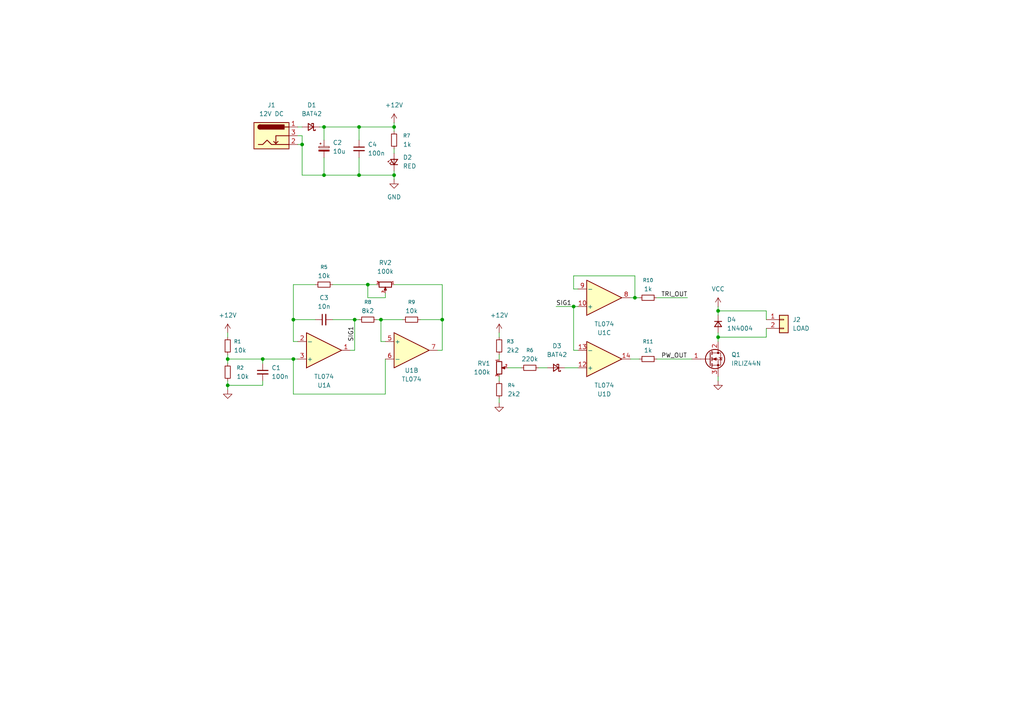
<source format=kicad_sch>
(kicad_sch (version 20250114) (generator "eeschema") (generator_version "9.0")
  (paper "A4")
  (lib_symbols
    (symbol "Amplifier_Operational:TL074" (pin_names (offset 0.127))
      (property "Reference" "U" (at 0 5.08 0))
      (property "Value" "TL074" (at 0 -5.08 0))
      (symbol "TL074_1_1"
        (polyline (pts (xy -5.08 5.08) (xy 5.08 0) (xy -5.08 -5.08) (xy -5.08 5.08)) (stroke (width 0.254)) (fill (type background)))
        (pin input line (at -7.62 2.54 0) (length 2.54) (name "+") (number "3"))
        (pin input line (at -7.62 -2.54 0) (length 2.54) (name "-") (number "2"))
        (pin output line (at 7.62 0 180) (length 2.54) (name "~") (number "1"))
      )
      (symbol "TL074_2_1"
        (polyline (pts (xy -5.08 5.08) (xy 5.08 0) (xy -5.08 -5.08) (xy -5.08 5.08)) (stroke (width 0.254)) (fill (type background)))
        (pin input line (at -7.62 2.54 0) (length 2.54) (name "+") (number "5"))
        (pin input line (at -7.62 -2.54 0) (length 2.54) (name "-") (number "6"))
        (pin output line (at 7.62 0 180) (length 2.54) (name "~") (number "7"))
      )
      (symbol "TL074_3_1"
        (polyline (pts (xy -5.08 5.08) (xy 5.08 0) (xy -5.08 -5.08) (xy -5.08 5.08)) (stroke (width 0.254)) (fill (type background)))
        (pin input line (at -7.62 2.54 0) (length 2.54) (name "+") (number "10"))
        (pin input line (at -7.62 -2.54 0) (length 2.54) (name "-") (number "9"))
        (pin output line (at 7.62 0 180) (length 2.54) (name "~") (number "8"))
      )
      (symbol "TL074_4_1"
        (polyline (pts (xy -5.08 5.08) (xy 5.08 0) (xy -5.08 -5.08) (xy -5.08 5.08)) (stroke (width 0.254)) (fill (type background)))
        (pin input line (at -7.62 2.54 0) (length 2.54) (name "+") (number "12"))
        (pin input line (at -7.62 -2.54 0) (length 2.54) (name "-") (number "13"))
        (pin output line (at 7.62 0 180) (length 2.54) (name "~") (number "14"))
      )
      (symbol "TL074_5_1"
        (pin power_in line (at -2.54 7.62 270) (length 3.81) (name "V+") (number "4"))
        (pin power_in line (at -2.54 -7.62 90) (length 3.81) (name "V-") (number "11"))
      )
    )
    (symbol "Connector:Barrel_Jack_Switch" (pin_names (hide yes))
      (property "Reference" "J" (at 0 5.334 0))
      (property "Value" "Barrel_Jack_Switch" (at 0 -5.08 0))
      (symbol "Barrel_Jack_Switch_0_1"
        (rectangle (start -5.08 3.81) (end 5.08 -3.81) (stroke (width 0.254)) (fill (type background)))
        (polyline (pts (xy -3.81 -2.54) (xy -2.54 -2.54) (xy -1.27 -1.27) (xy 0 -2.54) (xy 2.54 -2.54) (xy 5.08 -2.54)) (stroke (width 0.254)))
        (arc (start -3.302 1.905) (mid -3.9343 2.54) (end -3.302 3.175) (stroke (width 0.254)))
        (arc (start -3.302 1.905) (mid -3.9343 2.54) (end -3.302 3.175) (stroke (width 0.254)) (fill (type outline)))
        (polyline (pts (xy 1.27 -2.286) (xy 1.905 -1.651)) (stroke (width 0.254)))
        (rectangle (start 3.683 3.175) (end -3.302 1.905) (stroke (width 0.254)) (fill (type outline)))
        (polyline (pts (xy 5.08 2.54) (xy 3.81 2.54)) (stroke (width 0.254)))
        (polyline (pts (xy 5.08 0) (xy 1.27 0) (xy 1.27 -2.286) (xy 0.635 -1.651)) (stroke (width 0.254)))
      )
      (symbol "Barrel_Jack_Switch_1_1"
        (pin passive line (at 7.62 2.54 180) (length 2.54) (name "~") (number "1"))
        (pin passive line (at 7.62 0 180) (length 2.54) (name "~") (number "3"))
        (pin passive line (at 7.62 -2.54 180) (length 2.54) (name "~") (number "2"))
      )
    )
    (symbol "Connector_Generic:Conn_01x02" (pin_names (offset 1.016) (hide yes))
      (property "Reference" "J" (at 0 2.54 0))
      (property "Value" "Conn_01x02" (at 0 -5.08 0))
      (symbol "Conn_01x02_1_1"
        (rectangle (start -1.27 1.27) (end 1.27 -3.81) (stroke (width 0.254)) (fill (type background)))
        (rectangle (start -1.27 0.127) (end 0 -0.127) (stroke (width 0.1524)))
        (rectangle (start -1.27 -2.413) (end 0 -2.667) (stroke (width 0.1524)))
        (pin passive line (at -5.08 0 0) (length 3.81) (name "Pin_1") (number "1"))
        (pin passive line (at -5.08 -2.54 0) (length 3.81) (name "Pin_2") (number "2"))
      )
    )
    (symbol "Device:C_Polarized_Small" (pin_numbers (hide yes)) (pin_names (offset 0.254) (hide yes))
      (property "Reference" "C" (at 0.254 1.778 0))
      (property "Value" "C_Polarized_Small" (at 0.254 -2.032 0))
      (symbol "C_Polarized_Small_0_1"
        (rectangle (start -1.524 0.6858) (end 1.524 0.3048))
        (rectangle (start -1.524 -0.3048) (end 1.524 -0.6858) (fill (type outline)))
        (polyline (pts (xy -1.27 1.524) (xy -0.762 1.524)))
        (polyline (pts (xy -1.016 1.27) (xy -1.016 1.778)))
      )
      (symbol "C_Polarized_Small_1_1"
        (pin passive line (at 0 2.54 270) (length 1.8542) (name "~") (number "1"))
        (pin passive line (at 0 -2.54 90) (length 1.8542) (name "~") (number "2"))
      )
    )
    (symbol "Device:C_Small" (pin_numbers (hide yes)) (pin_names (offset 0.254) (hide yes))
      (property "Reference" "C" (at 0.254 1.778 0))
      (property "Value" "C_Small" (at 0.254 -2.032 0))
      (symbol "C_Small_0_1"
        (polyline (pts (xy -1.524 0.508) (xy 1.524 0.508)) (stroke (width 0.3048)))
        (polyline (pts (xy -1.524 -0.508) (xy 1.524 -0.508)) (stroke (width 0.3302)))
      )
      (symbol "C_Small_1_1"
        (pin passive line (at 0 2.54 270) (length 2.032) (name "~") (number "1"))
        (pin passive line (at 0 -2.54 90) (length 2.032) (name "~") (number "2"))
      )
    )
    (symbol "Device:D_Schottky_Small" (pin_numbers (hide yes)) (pin_names (offset 0.254) (hide yes))
      (property "Reference" "D" (at -1.27 2.032 0))
      (property "Value" "D_Schottky_Small" (at -7.112 -2.032 0))
      (symbol "D_Schottky_Small_0_1"
        (polyline (pts (xy -1.27 0.762) (xy -1.27 1.016) (xy -0.762 1.016) (xy -0.762 -1.016) (xy -0.254 -1.016) (xy -0.254 -0.762)) (stroke (width 0.254)))
        (polyline (pts (xy -0.762 0) (xy 0.762 0)))
        (polyline (pts (xy 0.762 -1.016) (xy -0.762 0) (xy 0.762 1.016) (xy 0.762 -1.016)) (stroke (width 0.254)))
      )
      (symbol "D_Schottky_Small_1_1"
        (pin passive line (at -2.54 0 0) (length 1.778) (name "K") (number "1"))
        (pin passive line (at 2.54 0 180) (length 1.778) (name "A") (number "2"))
      )
    )
    (symbol "Device:D_Small" (pin_numbers (hide yes)) (pin_names (offset 0.254) (hide yes))
      (property "Reference" "D" (at -1.27 2.032 0))
      (property "Value" "D_Small" (at -3.81 -2.032 0))
      (symbol "D_Small_0_1"
        (polyline (pts (xy -0.762 0) (xy 0.762 0)))
        (polyline (pts (xy -0.762 -1.016) (xy -0.762 1.016)) (stroke (width 0.254)))
        (polyline (pts (xy 0.762 -1.016) (xy -0.762 0) (xy 0.762 1.016) (xy 0.762 -1.016)) (stroke (width 0.254)))
      )
      (symbol "D_Small_1_1"
        (pin passive line (at -2.54 0 0) (length 1.778) (name "K") (number "1"))
        (pin passive line (at 2.54 0 180) (length 1.778) (name "A") (number "2"))
      )
    )
    (symbol "Device:LED_Small" (pin_numbers (hide yes)) (pin_names (offset 0.254) (hide yes))
      (property "Reference" "D" (at -1.27 3.175 0))
      (property "Value" "LED_Small" (at -4.445 -2.54 0))
      (symbol "LED_Small_0_1"
        (polyline (pts (xy -0.762 -1.016) (xy -0.762 1.016)) (stroke (width 0.254)))
        (polyline (pts (xy 0 0.762) (xy -0.508 1.27) (xy -0.254 1.27) (xy -0.508 1.27) (xy -0.508 1.016)))
        (polyline (pts (xy 0.508 1.27) (xy 0 1.778) (xy 0.254 1.778) (xy 0 1.778) (xy 0 1.524)))
        (polyline (pts (xy 0.762 -1.016) (xy -0.762 0) (xy 0.762 1.016) (xy 0.762 -1.016)) (stroke (width 0.254)))
        (polyline (pts (xy 1.016 0) (xy -0.762 0)))
      )
      (symbol "LED_Small_1_1"
        (pin passive line (at -2.54 0 0) (length 1.778) (name "K") (number "1"))
        (pin passive line (at 2.54 0 180) (length 1.778) (name "A") (number "2"))
      )
    )
    (symbol "Device:R_Potentiometer_Small" (pin_names (offset 1.016) (hide yes))
      (property "Reference" "RV" (at -4.445 0 90))
      (property "Value" "R_Potentiometer_Small" (at -2.54 0 90))
      (symbol "R_Potentiometer_Small_0_1"
        (rectangle (start 0.762 1.8034) (end -0.762 -1.8034) (stroke (width 0.254)))
        (polyline (pts (xy 0.889 0) (xy 0.635 0) (xy 1.651 0.381) (xy 1.651 -0.381) (xy 0.635 0) (xy 0.889 0)) (fill (type outline)))
      )
      (symbol "R_Potentiometer_Small_1_1"
        (pin passive line (at 0 2.54 270) (length 0.635) (name "1") (number "1"))
        (pin passive line (at 0 -2.54 90) (length 0.635) (name "3") (number "3"))
        (pin passive line (at 2.54 0 180) (length 0.9906) (name "2") (number "2"))
      )
    )
    (symbol "Device:R_Small" (pin_numbers (hide yes)) (pin_names (offset 0.254) (hide yes))
      (property "Reference" "R" (at 0 0 90))
      (property "Value" "R_Small" (at 1.778 0 90))
      (symbol "R_Small_0_1"
        (rectangle (start -0.762 1.778) (end 0.762 -1.778) (stroke (width 0.2032)))
      )
      (symbol "R_Small_1_1"
        (pin passive line (at 0 2.54 270) (length 0.762) (name "~") (number "1"))
        (pin passive line (at 0 -2.54 90) (length 0.762) (name "~") (number "2"))
      )
    )
    (symbol "Transistor_FET:IRLIZ44N" (pin_names (hide yes))
      (property "Reference" "Q" (at 5.08 1.905 0))
      (property "Value" "IRLIZ44N" (at 5.08 0 0))
      (symbol "IRLIZ44N_0_1"
        (polyline (pts (xy 0.254 1.905) (xy 0.254 -1.905)) (stroke (width 0.254)))
        (polyline (pts (xy 0.254 0) (xy -2.54 0)))
        (polyline (pts (xy 0.762 2.286) (xy 0.762 1.27)) (stroke (width 0.254)))
        (polyline (pts (xy 0.762 0.508) (xy 0.762 -0.508)) (stroke (width 0.254)))
        (polyline (pts (xy 0.762 -1.27) (xy 0.762 -2.286)) (stroke (width 0.254)))
        (polyline (pts (xy 0.762 -1.778) (xy 3.302 -1.778) (xy 3.302 1.778) (xy 0.762 1.778)))
        (polyline (pts (xy 1.016 0) (xy 2.032 0.381) (xy 2.032 -0.381) (xy 1.016 0)) (fill (type outline)))
        (circle (center 1.651 0) (radius 2.794) (stroke (width 0.254)))
        (polyline (pts (xy 2.54 2.54) (xy 2.54 1.778)))
        (circle (center 2.54 1.778) (radius 0.254) (fill (type outline)))
        (circle (center 2.54 -1.778) (radius 0.254) (fill (type outline)))
        (polyline (pts (xy 2.54 -2.54) (xy 2.54 0) (xy 0.762 0)))
        (polyline (pts (xy 2.794 0.508) (xy 2.921 0.381) (xy 3.683 0.381) (xy 3.81 0.254)))
        (polyline (pts (xy 3.302 0.381) (xy 2.921 -0.254) (xy 3.683 -0.254) (xy 3.302 0.381)))
      )
      (symbol "IRLIZ44N_1_1"
        (pin input line (at -5.08 0 0) (length 2.54) (name "G") (number "1"))
        (pin passive line (at 2.54 5.08 270) (length 2.54) (name "D") (number "2"))
        (pin passive line (at 2.54 -5.08 90) (length 2.54) (name "S") (number "3"))
      )
    )
    (symbol "power:+12V" (power) (pin_numbers (hide yes)) (pin_names (offset 0) (hide yes))
      (property "Value" "+12V" (at 0 3.556 0))
      (symbol "+12V_0_1"
        (polyline (pts (xy -0.762 1.27) (xy 0 2.54)))
        (polyline (pts (xy 0 2.54) (xy 0.762 1.27)))
        (polyline (pts (xy 0 0) (xy 0 2.54)))
      )
      (symbol "+12V_1_1"
        (pin power_in line (at 0 0 90) (length 0) (name "~") (number "1"))
      )
    )
    (symbol "power:GND" (power) (pin_numbers (hide yes)) (pin_names (offset 0) (hide yes))
      (property "Value" "GND" (at 0 -3.81 0))
      (symbol "GND_0_1"
        (polyline (pts (xy 0 0) (xy 0 -1.27) (xy 1.27 -1.27) (xy 0 -2.54) (xy -1.27 -1.27) (xy 0 -1.27)))
      )
      (symbol "GND_1_1"
        (pin power_in line (at 0 0 270) (length 0) (name "~") (number "1"))
      )
    )
    (symbol "power:VCC" (power) (pin_numbers (hide yes)) (pin_names (offset 0) (hide yes))
      (property "Value" "VCC" (at 0 3.556 0))
      (symbol "VCC_0_1"
        (polyline (pts (xy -0.762 1.27) (xy 0 2.54)))
        (polyline (pts (xy 0 2.54) (xy 0.762 1.27)))
        (polyline (pts (xy 0 0) (xy 0 2.54)))
      )
      (symbol "VCC_1_1"
        (pin power_in line (at 0 0 90) (length 0) (name "~") (number "1"))
      )
    )
  )
  (junction (at 66.04 111.76))
  (junction (at 104.14 50.8))
  (junction (at 93.98 50.8))
  (junction (at 184.15 86.36))
  (junction (at 93.98 36.83))
  (junction (at 208.28 90.17))
  (junction (at 66.04 104.14))
  (junction (at 166.37 88.9))
  (junction (at 106.68 82.55))
  (junction (at 114.3 50.8))
  (junction (at 128.27 92.71))
  (junction (at 85.09 104.14))
  (junction (at 85.09 92.71))
  (junction (at 208.28 97.79))
  (junction (at 76.2 104.14))
  (junction (at 110.49 92.71))
  (junction (at 114.3 36.83))
  (junction (at 102.87 92.71))
  (junction (at 87.63 41.91))
  (junction (at 104.14 36.83))
  (wire (pts (xy 114.3 38.1) (xy 114.3 36.83)))
  (wire (pts (xy 208.28 88.9) (xy 208.28 90.17)))
  (wire (pts (xy 66.04 104.14) (xy 76.2 104.14)))
  (wire (pts (xy 66.04 110.49) (xy 66.04 111.76)))
  (wire (pts (xy 76.2 104.14) (xy 85.09 104.14)))
  (wire (pts (xy 184.15 86.36) (xy 185.42 86.36)))
  (wire (pts (xy 102.87 92.71) (xy 104.14 92.71)))
  (wire (pts (xy 76.2 110.49) (xy 76.2 111.76)))
  (wire (pts (xy 104.14 50.8) (xy 114.3 50.8)))
  (wire (pts (xy 104.14 36.83) (xy 114.3 36.83)))
  (wire (pts (xy 114.3 35.56) (xy 114.3 36.83)))
  (wire (pts (xy 190.5 104.14) (xy 200.66 104.14)))
  (wire (pts (xy 85.09 104.14) (xy 86.36 104.14)))
  (wire (pts (xy 222.25 92.71) (xy 222.25 90.17)))
  (wire (pts (xy 222.25 90.17) (xy 208.28 90.17)))
  (wire (pts (xy 114.3 50.8) (xy 114.3 49.53)))
  (wire (pts (xy 106.68 86.36) (xy 106.68 82.55)))
  (wire (pts (xy 87.63 50.8) (xy 93.98 50.8)))
  (wire (pts (xy 156.21 106.68) (xy 158.75 106.68)))
  (wire (pts (xy 102.87 92.71) (xy 102.87 101.6)))
  (wire (pts (xy 144.78 96.52) (xy 144.78 97.79)))
  (wire (pts (xy 110.49 92.71) (xy 116.84 92.71)))
  (wire (pts (xy 66.04 111.76) (xy 76.2 111.76)))
  (wire (pts (xy 166.37 83.82) (xy 166.37 80.01)))
  (wire (pts (xy 128.27 92.71) (xy 121.92 92.71)))
  (wire (pts (xy 104.14 36.83) (xy 104.14 40.64)))
  (wire (pts (xy 114.3 50.8) (xy 114.3 52.07)))
  (wire (pts (xy 208.28 97.79) (xy 222.25 97.79)))
  (wire (pts (xy 66.04 104.14) (xy 66.04 105.41)))
  (wire (pts (xy 208.28 90.17) (xy 208.28 91.44)))
  (wire (pts (xy 66.04 102.87) (xy 66.04 104.14)))
  (wire (pts (xy 96.52 92.71) (xy 102.87 92.71)))
  (wire (pts (xy 182.88 104.14) (xy 185.42 104.14)))
  (wire (pts (xy 144.78 102.87) (xy 144.78 104.14)))
  (wire (pts (xy 208.28 110.49) (xy 208.28 109.22)))
  (wire (pts (xy 166.37 80.01) (xy 184.15 80.01)))
  (wire (pts (xy 106.68 82.55) (xy 109.22 82.55)))
  (wire (pts (xy 167.64 101.6) (xy 166.37 101.6)))
  (wire (pts (xy 86.36 41.91) (xy 87.63 41.91)))
  (wire (pts (xy 96.52 82.55) (xy 106.68 82.55)))
  (wire (pts (xy 128.27 101.6) (xy 128.27 92.71)))
  (wire (pts (xy 85.09 114.3) (xy 85.09 104.14)))
  (wire (pts (xy 111.76 86.36) (xy 106.68 86.36)))
  (wire (pts (xy 109.22 92.71) (xy 110.49 92.71)))
  (wire (pts (xy 93.98 36.83) (xy 104.14 36.83)))
  (wire (pts (xy 87.63 41.91) (xy 87.63 50.8)))
  (wire (pts (xy 163.83 106.68) (xy 167.64 106.68)))
  (wire (pts (xy 167.64 83.82) (xy 166.37 83.82)))
  (wire (pts (xy 111.76 104.14) (xy 111.76 114.3)))
  (wire (pts (xy 85.09 92.71) (xy 91.44 92.71)))
  (wire (pts (xy 93.98 50.8) (xy 104.14 50.8)))
  (wire (pts (xy 190.5 86.36) (xy 199.39 86.36)))
  (wire (pts (xy 144.78 109.22) (xy 144.78 110.49)))
  (wire (pts (xy 76.2 104.14) (xy 76.2 105.41)))
  (wire (pts (xy 93.98 36.83) (xy 93.98 40.64)))
  (wire (pts (xy 166.37 88.9) (xy 167.64 88.9)))
  (wire (pts (xy 222.25 95.25) (xy 222.25 97.79)))
  (wire (pts (xy 127 101.6) (xy 128.27 101.6)))
  (wire (pts (xy 66.04 111.76) (xy 66.04 113.03)))
  (wire (pts (xy 86.36 36.83) (xy 87.63 36.83)))
  (wire (pts (xy 87.63 39.37) (xy 87.63 41.91)))
  (wire (pts (xy 147.32 106.68) (xy 151.13 106.68)))
  (wire (pts (xy 104.14 45.72) (xy 104.14 50.8)))
  (wire (pts (xy 66.04 96.52) (xy 66.04 97.79)))
  (wire (pts (xy 86.36 99.06) (xy 85.09 99.06)))
  (wire (pts (xy 208.28 96.52) (xy 208.28 97.79)))
  (wire (pts (xy 208.28 97.79) (xy 208.28 99.06)))
  (wire (pts (xy 111.76 99.06) (xy 110.49 99.06)))
  (wire (pts (xy 166.37 101.6) (xy 166.37 88.9)))
  (wire (pts (xy 91.44 82.55) (xy 85.09 82.55)))
  (wire (pts (xy 92.71 36.83) (xy 93.98 36.83)))
  (wire (pts (xy 93.98 45.72) (xy 93.98 50.8)))
  (wire (pts (xy 114.3 82.55) (xy 128.27 82.55)))
  (wire (pts (xy 86.36 39.37) (xy 87.63 39.37)))
  (wire (pts (xy 184.15 80.01) (xy 184.15 86.36)))
  (wire (pts (xy 144.78 115.57) (xy 144.78 116.84)))
  (wire (pts (xy 85.09 99.06) (xy 85.09 92.71)))
  (wire (pts (xy 111.76 114.3) (xy 85.09 114.3)))
  (wire (pts (xy 161.29 88.9) (xy 166.37 88.9)))
  (wire (pts (xy 128.27 82.55) (xy 128.27 92.71)))
  (wire (pts (xy 110.49 99.06) (xy 110.49 92.71)))
  (wire (pts (xy 184.15 86.36) (xy 182.88 86.36)))
  (wire (pts (xy 85.09 82.55) (xy 85.09 92.71)))
  (wire (pts (xy 102.87 101.6) (xy 101.6 101.6)))
  (wire (pts (xy 111.76 85.09) (xy 111.76 86.36)))
  (wire (pts (xy 114.3 43.18) (xy 114.3 44.45)))
  (label "TRI_OUT" (at 199.39 86.36 180))
  (label "SIG1" (at 161.29 88.9 0))
  (label "PW_OUT" (at 191.77 104.14 0))
  (label "SIG1" (at 102.87 99.06 90))
  (symbol (lib_id "power:+12V") (at 144.78 96.52 0) (unit 1)
    (property "Reference" "#PWR09" (effects (hide yes)))
    (property "Value" "+12V" (at 144.78 91.44 0))
    (property "Description" "Power symbol creates a global label with name \"+12V\"" (effects (hide yes)))
  )
  (symbol (lib_id "Transistor_FET:IRLIZ44N") (at 205.74 104.14 0) (unit 1)
    (property "Reference" "Q1" (at 212.09 102.8699 0) (effects (justify left)))
    (property "Value" "IRLIZ44N" (at 212.09 105.4099 0) (effects (justify left)))
    (property "Footprint" "Package_TO_SOT_THT:TO-220F-3_Vertical" (effects (hide yes)))
    (property "Datasheet" "http://www.irf.com/product-info/datasheets/data/irliz44n.pdf" (effects (hide yes)))
    (property "Description" "30A Id, 55V Vds, 22mOhm Rds, N-Channel HEXFET Power MOSFET, TO-220AB" (effects (hide yes)))
  )
  (symbol (lib_id "power:GND") (at 114.3 52.07 0) (unit 1)
    (property "Reference" "#PWR06" (effects (hide yes)))
    (property "Value" "GND" (at 114.3 57.15 0))
    (property "Description" "Power symbol creates a global label with name \"GND\" , ground" (effects (hide yes)))
  )
  (symbol (lib_id "Device:R_Small") (at 144.78 113.03 0) (unit 1)
    (property "Reference" "R4" (at 147.227 111.7599 0) (effects (font (size 1.016 1.016)) (justify left)))
    (property "Value" "2k2" (at 147.227 114.2999 0) (effects (justify left)))
    (property "Description" "Resistor, small symbol" (effects (hide yes)))
  )
  (symbol (lib_id "Device:R_Small") (at 119.38 92.71 90) (unit 1)
    (property "Reference" "R9" (at 119.38 87.63 90) (effects (font (size 1.016 1.016))))
    (property "Value" "10k" (at 119.38 90.17 90))
    (property "Description" "Resistor, small symbol" (effects (hide yes)))
  )
  (symbol (lib_id "Amplifier_Operational:TL074") (at 175.26 86.36 0) (mirror x) (unit 3)
    (property "Reference" "U1" (at 175.26 96.52 0))
    (property "Value" "TL074" (at 175.26 93.98 0))
    (property "Datasheet" "http://www.ti.com/lit/ds/symlink/tl071.pdf" (effects (hide yes)))
    (property "Description" "Quad Low-Noise JFET-Input Operational Amplifiers, DIP-14/SOIC-14" (effects (hide yes)))
  )
  (symbol (lib_id "power:+12V") (at 66.04 96.52 0) (unit 1)
    (property "Reference" "#PWR08" (effects (hide yes)))
    (property "Value" "+12V" (at 66.04 91.44 0))
    (property "Description" "Power symbol creates a global label with name \"+12V\"" (effects (hide yes)))
  )
  (symbol (lib_id "power:GND") (at 208.28 110.49 0) (unit 1)
    (property "Reference" "#PWR07" (effects (hide yes)))
    (property "Value" "GND" (effects (hide yes)))
    (property "Description" "Power symbol creates a global label with name \"GND\" , ground" (effects (hide yes)))
  )
  (symbol (lib_id "power:+12V") (at 114.3 35.56 0) (unit 1)
    (property "Reference" "#PWR05" (effects (hide yes)))
    (property "Value" "+12V" (at 114.3 30.48 0))
    (property "Description" "Power symbol creates a global label with name \"+12V\"" (effects (hide yes)))
  )
  (symbol (lib_id "Device:C_Small") (at 104.14 43.18 0) (unit 1)
    (property "Reference" "C4" (at 106.68 41.9162 0) (effects (justify left)))
    (property "Value" "100n" (at 106.68 44.4562 0) (effects (justify left)))
    (property "Description" "Unpolarized capacitor, small symbol" (effects (hide yes)))
  )
  (symbol (lib_id "power:GND") (at 66.04 113.03 0) (unit 1)
    (property "Reference" "#PWR02" (effects (hide yes)))
    (property "Value" "GND" (effects (hide yes)))
    (property "Description" "Power symbol creates a global label with name \"GND\" , ground" (effects (hide yes)))
  )
  (symbol (lib_id "Amplifier_Operational:TL074") (at 119.38 101.6 0) (unit 2)
    (property "Reference" "U1" (at 119.38 107.442 0))
    (property "Value" "TL074" (at 119.38 109.982 0))
    (property "Datasheet" "http://www.ti.com/lit/ds/symlink/tl071.pdf" (effects (hide yes)))
    (property "Description" "Quad Low-Noise JFET-Input Operational Amplifiers, DIP-14/SOIC-14" (effects (hide yes)))
  )
  (symbol (lib_id "Device:LED_Small") (at 114.3 46.99 90) (unit 1)
    (property "Reference" "D2" (at 116.84 45.6564 90) (effects (justify right)))
    (property "Value" "RED" (at 116.84 48.1964 90) (effects (justify right)))
    (property "Description" "Light emitting diode, small symbol" (effects (hide yes)))
    (property "Sim.Pin" "1=K 2=A" (effects (hide yes)))
  )
  (symbol (lib_id "power:VCC") (at 208.28 88.9 0) (unit 1)
    (property "Reference" "#PWR01" (effects (hide yes)))
    (property "Value" "VCC" (at 208.28 83.82 0))
    (property "Description" "Power symbol creates a global label with name \"VCC\"" (effects (hide yes)))
  )
  (symbol (lib_id "Device:R_Small") (at 66.04 107.95 0) (unit 1)
    (property "Reference" "R2" (at 68.58 106.6799 0) (effects (font (size 1.016 1.016)) (justify left)))
    (property "Value" "10k" (at 68.58 109.2199 0) (effects (justify left)))
    (property "Description" "Resistor, small symbol" (effects (hide yes)))
  )
  (symbol (lib_id "Connector_Generic:Conn_01x02") (at 227.33 92.71 0) (unit 1)
    (property "Reference" "J2" (at 229.87 92.7099 0) (effects (justify left)))
    (property "Value" "LOAD" (at 229.87 95.2499 0) (effects (justify left)))
    (property "Description" "Generic connector, single row, 01x02, script generated (kicad-library-utils/schlib/autogen/connector/)" (effects (hide yes)))
  )
  (symbol (lib_id "Device:R_Potentiometer_Small") (at 111.76 82.55 270) (unit 1)
    (property "Reference" "RV2" (at 111.76 76.2 90))
    (property "Value" "100k" (at 111.76 78.74 90))
    (property "Description" "Potentiometer" (effects (hide yes)))
  )
  (symbol (lib_id "Connector:Barrel_Jack_Switch") (at 78.74 39.37 0) (unit 1)
    (property "Reference" "J1" (at 78.74 30.48 0))
    (property "Value" "12V DC" (at 78.74 33.02 0))
    (property "Description" "DC Barrel Jack with an internal switch" (effects (hide yes)))
  )
  (symbol (lib_id "power:GND") (at 144.78 116.84 0) (unit 1)
    (property "Reference" "#PWR04" (effects (hide yes)))
    (property "Value" "GND" (effects (hide yes)))
    (property "Description" "Power symbol creates a global label with name \"GND\" , ground" (effects (hide yes)))
  )
  (symbol (lib_id "Device:D_Small") (at 208.28 93.98 270) (unit 1)
    (property "Reference" "D4" (at 210.82 92.7099 90) (effects (justify left)))
    (property "Value" "1N4004" (at 210.82 95.2499 90) (effects (justify left)))
    (property "Description" "Diode, small symbol" (effects (hide yes)))
    (property "Sim.Device" "D" (effects (hide yes)))
    (property "Sim.Pins" "1=K 2=A" (effects (hide yes)))
  )
  (symbol (lib_id "Device:R_Small") (at 144.78 100.33 0) (unit 1)
    (property "Reference" "R3" (at 146.9277 99.0599 0) (effects (font (size 1.016 1.016)) (justify left)))
    (property "Value" "2k2" (at 146.9277 101.5999 0) (effects (justify left)))
    (property "Description" "Resistor, small symbol" (effects (hide yes)))
  )
  (symbol (lib_id "Device:R_Small") (at 187.96 104.14 90) (unit 1)
    (property "Reference" "R11" (at 187.96 99.06 90) (effects (font (size 1.016 1.016))))
    (property "Value" "1k" (at 187.96 101.6 90))
    (property "Description" "Resistor, small symbol" (effects (hide yes)))
  )
  (symbol (lib_id "Device:D_Schottky_Small") (at 90.17 36.83 180) (unit 1)
    (property "Reference" "D1" (at 90.424 30.48 0))
    (property "Value" "BAT42" (at 90.424 33.02 0))
    (property "Description" "Schottky diode, small symbol" (effects (hide yes)))
  )
  (symbol (lib_id "Device:R_Small") (at 93.98 82.55 90) (unit 1)
    (property "Reference" "R5" (at 93.98 77.47 90) (effects (font (size 1.016 1.016))))
    (property "Value" "10k" (at 93.98 80.01 90))
    (property "Description" "Resistor, small symbol" (effects (hide yes)))
  )
  (symbol (lib_id "Device:R_Small") (at 187.96 86.36 90) (unit 1)
    (property "Reference" "R10" (at 187.96 81.28 90) (effects (font (size 1.016 1.016))))
    (property "Value" "1k" (at 187.96 83.82 90))
    (property "Description" "Resistor, small symbol" (effects (hide yes)))
  )
  (symbol (lib_id "Amplifier_Operational:TL074") (at 175.26 104.14 0) (mirror x) (unit 4)
    (property "Reference" "U1" (at 175.26 114.3 0))
    (property "Value" "TL074" (at 175.26 111.76 0))
    (property "Datasheet" "http://www.ti.com/lit/ds/symlink/tl071.pdf" (effects (hide yes)))
    (property "Description" "Quad Low-Noise JFET-Input Operational Amplifiers, DIP-14/SOIC-14" (effects (hide yes)))
  )
  (symbol (lib_id "Device:R_Small") (at 153.67 106.68 90) (unit 1)
    (property "Reference" "R6" (at 153.67 101.6 90) (effects (font (size 1.016 1.016))))
    (property "Value" "220k" (at 153.67 104.14 90))
    (property "Description" "Resistor, small symbol" (effects (hide yes)))
  )
  (symbol (lib_id "Device:R_Small") (at 114.3 40.64 0) (unit 1)
    (property "Reference" "R7" (at 116.8764 39.3699 0) (effects (font (size 1.016 1.016)) (justify left)))
    (property "Value" "1k" (at 116.8764 41.9099 0) (effects (justify left)))
    (property "Description" "Resistor, small symbol" (effects (hide yes)))
  )
  (symbol (lib_id "Device:C_Polarized_Small") (at 93.98 43.18 0) (unit 1)
    (property "Reference" "C2" (at 96.52 41.3638 0) (effects (justify left)))
    (property "Value" "10u" (at 96.52 43.9038 0) (effects (justify left)))
    (property "Description" "Polarized capacitor, small symbol" (effects (hide yes)))
  )
  (symbol (lib_id "Device:D_Schottky_Small") (at 161.29 106.68 180) (unit 1)
    (property "Reference" "D3" (at 161.544 100.33 0))
    (property "Value" "BAT42" (at 161.544 102.87 0))
    (property "Description" "Schottky diode, small symbol" (effects (hide yes)))
  )
  (symbol (lib_id "Device:C_Small") (at 76.2 107.95 0) (unit 1)
    (property "Reference" "C1" (at 78.74 106.6862 0) (effects (justify left)))
    (property "Value" "100n" (at 78.74 109.2262 0) (effects (justify left)))
    (property "Description" "Unpolarized capacitor, small symbol" (effects (hide yes)))
  )
  (symbol (lib_id "Device:C_Small") (at 93.98 92.71 90) (unit 1)
    (property "Reference" "C3" (at 93.9863 86.36 90))
    (property "Value" "10n" (at 93.9863 88.9 90))
    (property "Description" "Unpolarized capacitor, small symbol" (effects (hide yes)))
  )
  (symbol (lib_id "Device:R_Small") (at 66.04 100.33 0) (unit 1)
    (property "Reference" "R1" (at 67.8156 99.0599 0) (effects (font (size 1.016 1.016)) (justify left)))
    (property "Value" "10k" (at 67.8156 101.5999 0) (effects (justify left)))
    (property "Description" "Resistor, small symbol" (effects (hide yes)))
  )
  (symbol (lib_id "Device:R_Small") (at 106.68 92.71 90) (unit 1)
    (property "Reference" "R8" (at 106.68 87.63 90) (effects (font (size 1.016 1.016))))
    (property "Value" "8k2" (at 106.68 90.17 90))
    (property "Description" "Resistor, small symbol" (effects (hide yes)))
  )
  (symbol (lib_id "Device:R_Potentiometer_Small") (at 144.78 106.68 0) (unit 1)
    (property "Reference" "RV1" (at 142.24 105.4099 0) (effects (justify right)))
    (property "Value" "100k" (at 142.24 107.9499 0) (effects (justify right)))
    (property "Description" "Potentiometer" (effects (hide yes)))
  )
  (symbol (lib_id "Amplifier_Operational:TL074") (at 93.98 101.6 0) (mirror x) (unit 1)
    (property "Reference" "U1" (at 93.98 111.76 0))
    (property "Value" "TL074" (at 93.98 109.22 0))
    (property "Datasheet" "http://www.ti.com/lit/ds/symlink/tl071.pdf" (effects (hide yes)))
    (property "Description" "Quad Low-Noise JFET-Input Operational Amplifiers, DIP-14/SOIC-14" (effects (hide yes)))
  )
)
</source>
